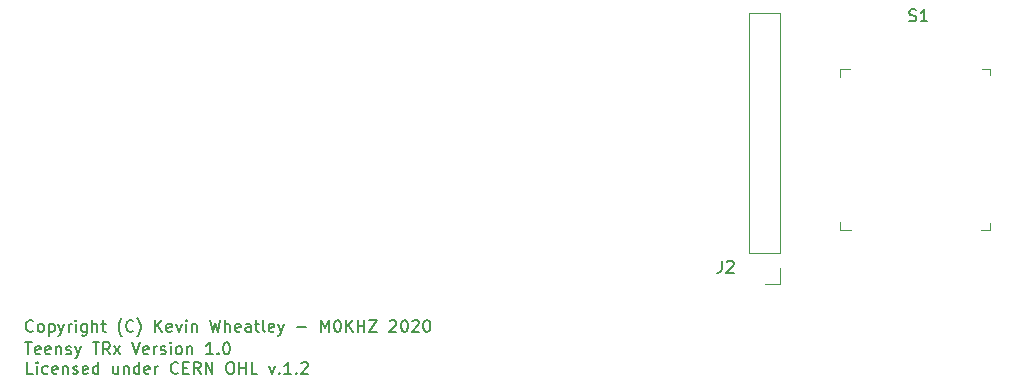
<source format=gto>
G04 #@! TF.GenerationSoftware,KiCad,Pcbnew,(5.1.4-0)*
G04 #@! TF.CreationDate,2019-11-11T14:35:41+00:00*
G04 #@! TF.ProjectId,2M_DRA818V_Transceiver_tft_encoder,324d5f44-5241-4383-9138-565f5472616e,rev?*
G04 #@! TF.SameCoordinates,Original*
G04 #@! TF.FileFunction,Legend,Top*
G04 #@! TF.FilePolarity,Positive*
%FSLAX46Y46*%
G04 Gerber Fmt 4.6, Leading zero omitted, Abs format (unit mm)*
G04 Created by KiCad (PCBNEW (5.1.4-0)) date 2019-11-11 14:35:41*
%MOMM*%
%LPD*%
G04 APERTURE LIST*
%ADD10C,0.150000*%
%ADD11C,0.120000*%
%ADD12C,0.100000*%
G04 APERTURE END LIST*
D10*
X52118100Y-145111742D02*
X52070480Y-145159361D01*
X51927623Y-145206980D01*
X51832385Y-145206980D01*
X51689528Y-145159361D01*
X51594290Y-145064123D01*
X51546671Y-144968885D01*
X51499052Y-144778409D01*
X51499052Y-144635552D01*
X51546671Y-144445076D01*
X51594290Y-144349838D01*
X51689528Y-144254600D01*
X51832385Y-144206980D01*
X51927623Y-144206980D01*
X52070480Y-144254600D01*
X52118100Y-144302219D01*
X52689528Y-145206980D02*
X52594290Y-145159361D01*
X52546671Y-145111742D01*
X52499052Y-145016504D01*
X52499052Y-144730790D01*
X52546671Y-144635552D01*
X52594290Y-144587933D01*
X52689528Y-144540314D01*
X52832385Y-144540314D01*
X52927623Y-144587933D01*
X52975242Y-144635552D01*
X53022861Y-144730790D01*
X53022861Y-145016504D01*
X52975242Y-145111742D01*
X52927623Y-145159361D01*
X52832385Y-145206980D01*
X52689528Y-145206980D01*
X53451433Y-144540314D02*
X53451433Y-145540314D01*
X53451433Y-144587933D02*
X53546671Y-144540314D01*
X53737147Y-144540314D01*
X53832385Y-144587933D01*
X53880004Y-144635552D01*
X53927623Y-144730790D01*
X53927623Y-145016504D01*
X53880004Y-145111742D01*
X53832385Y-145159361D01*
X53737147Y-145206980D01*
X53546671Y-145206980D01*
X53451433Y-145159361D01*
X54260957Y-144540314D02*
X54499052Y-145206980D01*
X54737147Y-144540314D02*
X54499052Y-145206980D01*
X54403814Y-145445076D01*
X54356195Y-145492695D01*
X54260957Y-145540314D01*
X55118100Y-145206980D02*
X55118100Y-144540314D01*
X55118100Y-144730790D02*
X55165719Y-144635552D01*
X55213338Y-144587933D01*
X55308576Y-144540314D01*
X55403814Y-144540314D01*
X55737147Y-145206980D02*
X55737147Y-144540314D01*
X55737147Y-144206980D02*
X55689528Y-144254600D01*
X55737147Y-144302219D01*
X55784766Y-144254600D01*
X55737147Y-144206980D01*
X55737147Y-144302219D01*
X56641909Y-144540314D02*
X56641909Y-145349838D01*
X56594290Y-145445076D01*
X56546671Y-145492695D01*
X56451433Y-145540314D01*
X56308576Y-145540314D01*
X56213338Y-145492695D01*
X56641909Y-145159361D02*
X56546671Y-145206980D01*
X56356195Y-145206980D01*
X56260957Y-145159361D01*
X56213338Y-145111742D01*
X56165719Y-145016504D01*
X56165719Y-144730790D01*
X56213338Y-144635552D01*
X56260957Y-144587933D01*
X56356195Y-144540314D01*
X56546671Y-144540314D01*
X56641909Y-144587933D01*
X57118100Y-145206980D02*
X57118100Y-144206980D01*
X57546671Y-145206980D02*
X57546671Y-144683171D01*
X57499052Y-144587933D01*
X57403814Y-144540314D01*
X57260957Y-144540314D01*
X57165719Y-144587933D01*
X57118100Y-144635552D01*
X57880004Y-144540314D02*
X58260957Y-144540314D01*
X58022861Y-144206980D02*
X58022861Y-145064123D01*
X58070480Y-145159361D01*
X58165719Y-145206980D01*
X58260957Y-145206980D01*
X59641909Y-145587933D02*
X59594290Y-145540314D01*
X59499052Y-145397457D01*
X59451433Y-145302219D01*
X59403814Y-145159361D01*
X59356195Y-144921266D01*
X59356195Y-144730790D01*
X59403814Y-144492695D01*
X59451433Y-144349838D01*
X59499052Y-144254600D01*
X59594290Y-144111742D01*
X59641909Y-144064123D01*
X60594290Y-145111742D02*
X60546671Y-145159361D01*
X60403814Y-145206980D01*
X60308576Y-145206980D01*
X60165719Y-145159361D01*
X60070480Y-145064123D01*
X60022861Y-144968885D01*
X59975242Y-144778409D01*
X59975242Y-144635552D01*
X60022861Y-144445076D01*
X60070480Y-144349838D01*
X60165719Y-144254600D01*
X60308576Y-144206980D01*
X60403814Y-144206980D01*
X60546671Y-144254600D01*
X60594290Y-144302219D01*
X60927623Y-145587933D02*
X60975242Y-145540314D01*
X61070480Y-145397457D01*
X61118100Y-145302219D01*
X61165719Y-145159361D01*
X61213338Y-144921266D01*
X61213338Y-144730790D01*
X61165719Y-144492695D01*
X61118100Y-144349838D01*
X61070480Y-144254600D01*
X60975242Y-144111742D01*
X60927623Y-144064123D01*
X62451433Y-145206980D02*
X62451433Y-144206980D01*
X63022861Y-145206980D02*
X62594290Y-144635552D01*
X63022861Y-144206980D02*
X62451433Y-144778409D01*
X63832385Y-145159361D02*
X63737147Y-145206980D01*
X63546671Y-145206980D01*
X63451433Y-145159361D01*
X63403814Y-145064123D01*
X63403814Y-144683171D01*
X63451433Y-144587933D01*
X63546671Y-144540314D01*
X63737147Y-144540314D01*
X63832385Y-144587933D01*
X63880004Y-144683171D01*
X63880004Y-144778409D01*
X63403814Y-144873647D01*
X64213338Y-144540314D02*
X64451433Y-145206980D01*
X64689528Y-144540314D01*
X65070480Y-145206980D02*
X65070480Y-144540314D01*
X65070480Y-144206980D02*
X65022861Y-144254600D01*
X65070480Y-144302219D01*
X65118100Y-144254600D01*
X65070480Y-144206980D01*
X65070480Y-144302219D01*
X65546671Y-144540314D02*
X65546671Y-145206980D01*
X65546671Y-144635552D02*
X65594290Y-144587933D01*
X65689528Y-144540314D01*
X65832385Y-144540314D01*
X65927623Y-144587933D01*
X65975242Y-144683171D01*
X65975242Y-145206980D01*
X67118100Y-144206980D02*
X67356195Y-145206980D01*
X67546671Y-144492695D01*
X67737147Y-145206980D01*
X67975242Y-144206980D01*
X68356195Y-145206980D02*
X68356195Y-144206980D01*
X68784766Y-145206980D02*
X68784766Y-144683171D01*
X68737147Y-144587933D01*
X68641909Y-144540314D01*
X68499052Y-144540314D01*
X68403814Y-144587933D01*
X68356195Y-144635552D01*
X69641909Y-145159361D02*
X69546671Y-145206980D01*
X69356195Y-145206980D01*
X69260957Y-145159361D01*
X69213338Y-145064123D01*
X69213338Y-144683171D01*
X69260957Y-144587933D01*
X69356195Y-144540314D01*
X69546671Y-144540314D01*
X69641909Y-144587933D01*
X69689528Y-144683171D01*
X69689528Y-144778409D01*
X69213338Y-144873647D01*
X70546671Y-145206980D02*
X70546671Y-144683171D01*
X70499052Y-144587933D01*
X70403814Y-144540314D01*
X70213338Y-144540314D01*
X70118100Y-144587933D01*
X70546671Y-145159361D02*
X70451433Y-145206980D01*
X70213338Y-145206980D01*
X70118100Y-145159361D01*
X70070480Y-145064123D01*
X70070480Y-144968885D01*
X70118100Y-144873647D01*
X70213338Y-144826028D01*
X70451433Y-144826028D01*
X70546671Y-144778409D01*
X70880004Y-144540314D02*
X71260957Y-144540314D01*
X71022861Y-144206980D02*
X71022861Y-145064123D01*
X71070480Y-145159361D01*
X71165719Y-145206980D01*
X71260957Y-145206980D01*
X71737147Y-145206980D02*
X71641909Y-145159361D01*
X71594290Y-145064123D01*
X71594290Y-144206980D01*
X72499052Y-145159361D02*
X72403814Y-145206980D01*
X72213338Y-145206980D01*
X72118100Y-145159361D01*
X72070480Y-145064123D01*
X72070480Y-144683171D01*
X72118100Y-144587933D01*
X72213338Y-144540314D01*
X72403814Y-144540314D01*
X72499052Y-144587933D01*
X72546671Y-144683171D01*
X72546671Y-144778409D01*
X72070480Y-144873647D01*
X72880004Y-144540314D02*
X73118100Y-145206980D01*
X73356195Y-144540314D02*
X73118100Y-145206980D01*
X73022861Y-145445076D01*
X72975242Y-145492695D01*
X72880004Y-145540314D01*
X74499052Y-144826028D02*
X75260957Y-144826028D01*
X76499052Y-145206980D02*
X76499052Y-144206980D01*
X76832385Y-144921266D01*
X77165719Y-144206980D01*
X77165719Y-145206980D01*
X77832385Y-144206980D02*
X77927623Y-144206980D01*
X78022861Y-144254600D01*
X78070480Y-144302219D01*
X78118100Y-144397457D01*
X78165719Y-144587933D01*
X78165719Y-144826028D01*
X78118100Y-145016504D01*
X78070480Y-145111742D01*
X78022861Y-145159361D01*
X77927623Y-145206980D01*
X77832385Y-145206980D01*
X77737147Y-145159361D01*
X77689528Y-145111742D01*
X77641909Y-145016504D01*
X77594290Y-144826028D01*
X77594290Y-144587933D01*
X77641909Y-144397457D01*
X77689528Y-144302219D01*
X77737147Y-144254600D01*
X77832385Y-144206980D01*
X78594290Y-145206980D02*
X78594290Y-144206980D01*
X79165719Y-145206980D02*
X78737147Y-144635552D01*
X79165719Y-144206980D02*
X78594290Y-144778409D01*
X79594290Y-145206980D02*
X79594290Y-144206980D01*
X79594290Y-144683171D02*
X80165719Y-144683171D01*
X80165719Y-145206980D02*
X80165719Y-144206980D01*
X80546671Y-144206980D02*
X81213338Y-144206980D01*
X80546671Y-145206980D01*
X81213338Y-145206980D01*
X82308576Y-144302219D02*
X82356195Y-144254600D01*
X82451433Y-144206980D01*
X82689528Y-144206980D01*
X82784766Y-144254600D01*
X82832385Y-144302219D01*
X82880004Y-144397457D01*
X82880004Y-144492695D01*
X82832385Y-144635552D01*
X82260957Y-145206980D01*
X82880004Y-145206980D01*
X83499052Y-144206980D02*
X83594290Y-144206980D01*
X83689528Y-144254600D01*
X83737147Y-144302219D01*
X83784766Y-144397457D01*
X83832385Y-144587933D01*
X83832385Y-144826028D01*
X83784766Y-145016504D01*
X83737147Y-145111742D01*
X83689528Y-145159361D01*
X83594290Y-145206980D01*
X83499052Y-145206980D01*
X83403814Y-145159361D01*
X83356195Y-145111742D01*
X83308576Y-145016504D01*
X83260957Y-144826028D01*
X83260957Y-144587933D01*
X83308576Y-144397457D01*
X83356195Y-144302219D01*
X83403814Y-144254600D01*
X83499052Y-144206980D01*
X84213338Y-144302219D02*
X84260957Y-144254600D01*
X84356195Y-144206980D01*
X84594290Y-144206980D01*
X84689528Y-144254600D01*
X84737147Y-144302219D01*
X84784766Y-144397457D01*
X84784766Y-144492695D01*
X84737147Y-144635552D01*
X84165719Y-145206980D01*
X84784766Y-145206980D01*
X85403814Y-144206980D02*
X85499052Y-144206980D01*
X85594290Y-144254600D01*
X85641909Y-144302219D01*
X85689528Y-144397457D01*
X85737147Y-144587933D01*
X85737147Y-144826028D01*
X85689528Y-145016504D01*
X85641909Y-145111742D01*
X85594290Y-145159361D01*
X85499052Y-145206980D01*
X85403814Y-145206980D01*
X85308576Y-145159361D01*
X85260957Y-145111742D01*
X85213338Y-145016504D01*
X85165719Y-144826028D01*
X85165719Y-144587933D01*
X85213338Y-144397457D01*
X85260957Y-144302219D01*
X85308576Y-144254600D01*
X85403814Y-144206980D01*
X51432914Y-146099280D02*
X52004342Y-146099280D01*
X51718628Y-147099280D02*
X51718628Y-146099280D01*
X52718628Y-147051661D02*
X52623390Y-147099280D01*
X52432914Y-147099280D01*
X52337676Y-147051661D01*
X52290057Y-146956423D01*
X52290057Y-146575471D01*
X52337676Y-146480233D01*
X52432914Y-146432614D01*
X52623390Y-146432614D01*
X52718628Y-146480233D01*
X52766247Y-146575471D01*
X52766247Y-146670709D01*
X52290057Y-146765947D01*
X53575771Y-147051661D02*
X53480533Y-147099280D01*
X53290057Y-147099280D01*
X53194819Y-147051661D01*
X53147200Y-146956423D01*
X53147200Y-146575471D01*
X53194819Y-146480233D01*
X53290057Y-146432614D01*
X53480533Y-146432614D01*
X53575771Y-146480233D01*
X53623390Y-146575471D01*
X53623390Y-146670709D01*
X53147200Y-146765947D01*
X54051961Y-146432614D02*
X54051961Y-147099280D01*
X54051961Y-146527852D02*
X54099580Y-146480233D01*
X54194819Y-146432614D01*
X54337676Y-146432614D01*
X54432914Y-146480233D01*
X54480533Y-146575471D01*
X54480533Y-147099280D01*
X54909104Y-147051661D02*
X55004342Y-147099280D01*
X55194819Y-147099280D01*
X55290057Y-147051661D01*
X55337676Y-146956423D01*
X55337676Y-146908804D01*
X55290057Y-146813566D01*
X55194819Y-146765947D01*
X55051961Y-146765947D01*
X54956723Y-146718328D01*
X54909104Y-146623090D01*
X54909104Y-146575471D01*
X54956723Y-146480233D01*
X55051961Y-146432614D01*
X55194819Y-146432614D01*
X55290057Y-146480233D01*
X55671009Y-146432614D02*
X55909104Y-147099280D01*
X56147200Y-146432614D02*
X55909104Y-147099280D01*
X55813866Y-147337376D01*
X55766247Y-147384995D01*
X55671009Y-147432614D01*
X57147200Y-146099280D02*
X57718628Y-146099280D01*
X57432914Y-147099280D02*
X57432914Y-146099280D01*
X58623390Y-147099280D02*
X58290057Y-146623090D01*
X58051961Y-147099280D02*
X58051961Y-146099280D01*
X58432914Y-146099280D01*
X58528152Y-146146900D01*
X58575771Y-146194519D01*
X58623390Y-146289757D01*
X58623390Y-146432614D01*
X58575771Y-146527852D01*
X58528152Y-146575471D01*
X58432914Y-146623090D01*
X58051961Y-146623090D01*
X58956723Y-147099280D02*
X59480533Y-146432614D01*
X58956723Y-146432614D02*
X59480533Y-147099280D01*
X60480533Y-146099280D02*
X60813866Y-147099280D01*
X61147200Y-146099280D01*
X61861485Y-147051661D02*
X61766247Y-147099280D01*
X61575771Y-147099280D01*
X61480533Y-147051661D01*
X61432914Y-146956423D01*
X61432914Y-146575471D01*
X61480533Y-146480233D01*
X61575771Y-146432614D01*
X61766247Y-146432614D01*
X61861485Y-146480233D01*
X61909104Y-146575471D01*
X61909104Y-146670709D01*
X61432914Y-146765947D01*
X62337676Y-147099280D02*
X62337676Y-146432614D01*
X62337676Y-146623090D02*
X62385295Y-146527852D01*
X62432914Y-146480233D01*
X62528152Y-146432614D01*
X62623390Y-146432614D01*
X62909104Y-147051661D02*
X63004342Y-147099280D01*
X63194819Y-147099280D01*
X63290057Y-147051661D01*
X63337676Y-146956423D01*
X63337676Y-146908804D01*
X63290057Y-146813566D01*
X63194819Y-146765947D01*
X63051961Y-146765947D01*
X62956723Y-146718328D01*
X62909104Y-146623090D01*
X62909104Y-146575471D01*
X62956723Y-146480233D01*
X63051961Y-146432614D01*
X63194819Y-146432614D01*
X63290057Y-146480233D01*
X63766247Y-147099280D02*
X63766247Y-146432614D01*
X63766247Y-146099280D02*
X63718628Y-146146900D01*
X63766247Y-146194519D01*
X63813866Y-146146900D01*
X63766247Y-146099280D01*
X63766247Y-146194519D01*
X64385295Y-147099280D02*
X64290057Y-147051661D01*
X64242438Y-147004042D01*
X64194819Y-146908804D01*
X64194819Y-146623090D01*
X64242438Y-146527852D01*
X64290057Y-146480233D01*
X64385295Y-146432614D01*
X64528152Y-146432614D01*
X64623390Y-146480233D01*
X64671009Y-146527852D01*
X64718628Y-146623090D01*
X64718628Y-146908804D01*
X64671009Y-147004042D01*
X64623390Y-147051661D01*
X64528152Y-147099280D01*
X64385295Y-147099280D01*
X65147200Y-146432614D02*
X65147200Y-147099280D01*
X65147200Y-146527852D02*
X65194819Y-146480233D01*
X65290057Y-146432614D01*
X65432914Y-146432614D01*
X65528152Y-146480233D01*
X65575771Y-146575471D01*
X65575771Y-147099280D01*
X67337676Y-147099280D02*
X66766247Y-147099280D01*
X67051961Y-147099280D02*
X67051961Y-146099280D01*
X66956723Y-146242138D01*
X66861485Y-146337376D01*
X66766247Y-146384995D01*
X67766247Y-147004042D02*
X67813866Y-147051661D01*
X67766247Y-147099280D01*
X67718628Y-147051661D01*
X67766247Y-147004042D01*
X67766247Y-147099280D01*
X68432914Y-146099280D02*
X68528152Y-146099280D01*
X68623390Y-146146900D01*
X68671009Y-146194519D01*
X68718628Y-146289757D01*
X68766247Y-146480233D01*
X68766247Y-146718328D01*
X68718628Y-146908804D01*
X68671009Y-147004042D01*
X68623390Y-147051661D01*
X68528152Y-147099280D01*
X68432914Y-147099280D01*
X68337676Y-147051661D01*
X68290057Y-147004042D01*
X68242438Y-146908804D01*
X68194819Y-146718328D01*
X68194819Y-146480233D01*
X68242438Y-146289757D01*
X68290057Y-146194519D01*
X68337676Y-146146900D01*
X68432914Y-146099280D01*
X52106347Y-148775680D02*
X51630157Y-148775680D01*
X51630157Y-147775680D01*
X52439680Y-148775680D02*
X52439680Y-148109014D01*
X52439680Y-147775680D02*
X52392061Y-147823300D01*
X52439680Y-147870919D01*
X52487300Y-147823300D01*
X52439680Y-147775680D01*
X52439680Y-147870919D01*
X53344442Y-148728061D02*
X53249204Y-148775680D01*
X53058728Y-148775680D01*
X52963490Y-148728061D01*
X52915871Y-148680442D01*
X52868252Y-148585204D01*
X52868252Y-148299490D01*
X52915871Y-148204252D01*
X52963490Y-148156633D01*
X53058728Y-148109014D01*
X53249204Y-148109014D01*
X53344442Y-148156633D01*
X54153966Y-148728061D02*
X54058728Y-148775680D01*
X53868252Y-148775680D01*
X53773014Y-148728061D01*
X53725395Y-148632823D01*
X53725395Y-148251871D01*
X53773014Y-148156633D01*
X53868252Y-148109014D01*
X54058728Y-148109014D01*
X54153966Y-148156633D01*
X54201585Y-148251871D01*
X54201585Y-148347109D01*
X53725395Y-148442347D01*
X54630157Y-148109014D02*
X54630157Y-148775680D01*
X54630157Y-148204252D02*
X54677776Y-148156633D01*
X54773014Y-148109014D01*
X54915871Y-148109014D01*
X55011109Y-148156633D01*
X55058728Y-148251871D01*
X55058728Y-148775680D01*
X55487300Y-148728061D02*
X55582538Y-148775680D01*
X55773014Y-148775680D01*
X55868252Y-148728061D01*
X55915871Y-148632823D01*
X55915871Y-148585204D01*
X55868252Y-148489966D01*
X55773014Y-148442347D01*
X55630157Y-148442347D01*
X55534919Y-148394728D01*
X55487300Y-148299490D01*
X55487300Y-148251871D01*
X55534919Y-148156633D01*
X55630157Y-148109014D01*
X55773014Y-148109014D01*
X55868252Y-148156633D01*
X56725395Y-148728061D02*
X56630157Y-148775680D01*
X56439680Y-148775680D01*
X56344442Y-148728061D01*
X56296823Y-148632823D01*
X56296823Y-148251871D01*
X56344442Y-148156633D01*
X56439680Y-148109014D01*
X56630157Y-148109014D01*
X56725395Y-148156633D01*
X56773014Y-148251871D01*
X56773014Y-148347109D01*
X56296823Y-148442347D01*
X57630157Y-148775680D02*
X57630157Y-147775680D01*
X57630157Y-148728061D02*
X57534919Y-148775680D01*
X57344442Y-148775680D01*
X57249204Y-148728061D01*
X57201585Y-148680442D01*
X57153966Y-148585204D01*
X57153966Y-148299490D01*
X57201585Y-148204252D01*
X57249204Y-148156633D01*
X57344442Y-148109014D01*
X57534919Y-148109014D01*
X57630157Y-148156633D01*
X59296823Y-148109014D02*
X59296823Y-148775680D01*
X58868252Y-148109014D02*
X58868252Y-148632823D01*
X58915871Y-148728061D01*
X59011109Y-148775680D01*
X59153966Y-148775680D01*
X59249204Y-148728061D01*
X59296823Y-148680442D01*
X59773014Y-148109014D02*
X59773014Y-148775680D01*
X59773014Y-148204252D02*
X59820633Y-148156633D01*
X59915871Y-148109014D01*
X60058728Y-148109014D01*
X60153966Y-148156633D01*
X60201585Y-148251871D01*
X60201585Y-148775680D01*
X61106347Y-148775680D02*
X61106347Y-147775680D01*
X61106347Y-148728061D02*
X61011109Y-148775680D01*
X60820633Y-148775680D01*
X60725395Y-148728061D01*
X60677776Y-148680442D01*
X60630157Y-148585204D01*
X60630157Y-148299490D01*
X60677776Y-148204252D01*
X60725395Y-148156633D01*
X60820633Y-148109014D01*
X61011109Y-148109014D01*
X61106347Y-148156633D01*
X61963490Y-148728061D02*
X61868252Y-148775680D01*
X61677776Y-148775680D01*
X61582538Y-148728061D01*
X61534919Y-148632823D01*
X61534919Y-148251871D01*
X61582538Y-148156633D01*
X61677776Y-148109014D01*
X61868252Y-148109014D01*
X61963490Y-148156633D01*
X62011109Y-148251871D01*
X62011109Y-148347109D01*
X61534919Y-148442347D01*
X62439680Y-148775680D02*
X62439680Y-148109014D01*
X62439680Y-148299490D02*
X62487300Y-148204252D01*
X62534919Y-148156633D01*
X62630157Y-148109014D01*
X62725395Y-148109014D01*
X64392061Y-148680442D02*
X64344442Y-148728061D01*
X64201585Y-148775680D01*
X64106347Y-148775680D01*
X63963490Y-148728061D01*
X63868252Y-148632823D01*
X63820633Y-148537585D01*
X63773014Y-148347109D01*
X63773014Y-148204252D01*
X63820633Y-148013776D01*
X63868252Y-147918538D01*
X63963490Y-147823300D01*
X64106347Y-147775680D01*
X64201585Y-147775680D01*
X64344442Y-147823300D01*
X64392061Y-147870919D01*
X64820633Y-148251871D02*
X65153966Y-148251871D01*
X65296823Y-148775680D02*
X64820633Y-148775680D01*
X64820633Y-147775680D01*
X65296823Y-147775680D01*
X66296823Y-148775680D02*
X65963490Y-148299490D01*
X65725395Y-148775680D02*
X65725395Y-147775680D01*
X66106347Y-147775680D01*
X66201585Y-147823300D01*
X66249204Y-147870919D01*
X66296823Y-147966157D01*
X66296823Y-148109014D01*
X66249204Y-148204252D01*
X66201585Y-148251871D01*
X66106347Y-148299490D01*
X65725395Y-148299490D01*
X66725395Y-148775680D02*
X66725395Y-147775680D01*
X67296823Y-148775680D01*
X67296823Y-147775680D01*
X68725395Y-147775680D02*
X68915871Y-147775680D01*
X69011109Y-147823300D01*
X69106347Y-147918538D01*
X69153966Y-148109014D01*
X69153966Y-148442347D01*
X69106347Y-148632823D01*
X69011109Y-148728061D01*
X68915871Y-148775680D01*
X68725395Y-148775680D01*
X68630157Y-148728061D01*
X68534919Y-148632823D01*
X68487300Y-148442347D01*
X68487300Y-148109014D01*
X68534919Y-147918538D01*
X68630157Y-147823300D01*
X68725395Y-147775680D01*
X69582538Y-148775680D02*
X69582538Y-147775680D01*
X69582538Y-148251871D02*
X70153966Y-148251871D01*
X70153966Y-148775680D02*
X70153966Y-147775680D01*
X71106347Y-148775680D02*
X70630157Y-148775680D01*
X70630157Y-147775680D01*
X72106347Y-148109014D02*
X72344442Y-148775680D01*
X72582538Y-148109014D01*
X72963490Y-148680442D02*
X73011109Y-148728061D01*
X72963490Y-148775680D01*
X72915871Y-148728061D01*
X72963490Y-148680442D01*
X72963490Y-148775680D01*
X73963490Y-148775680D02*
X73392061Y-148775680D01*
X73677776Y-148775680D02*
X73677776Y-147775680D01*
X73582538Y-147918538D01*
X73487300Y-148013776D01*
X73392061Y-148061395D01*
X74392061Y-148680442D02*
X74439680Y-148728061D01*
X74392061Y-148775680D01*
X74344442Y-148728061D01*
X74392061Y-148680442D01*
X74392061Y-148775680D01*
X74820633Y-147870919D02*
X74868252Y-147823300D01*
X74963490Y-147775680D01*
X75201585Y-147775680D01*
X75296823Y-147823300D01*
X75344442Y-147870919D01*
X75392061Y-147966157D01*
X75392061Y-148061395D01*
X75344442Y-148204252D01*
X74773014Y-148775680D01*
X75392061Y-148775680D01*
D11*
X115376000Y-118177000D02*
X112716000Y-118177000D01*
X115376000Y-138557000D02*
X115376000Y-118177000D01*
X112716000Y-138557000D02*
X112716000Y-118177000D01*
X115376000Y-138557000D02*
X112716000Y-138557000D01*
X115376000Y-139827000D02*
X115376000Y-141157000D01*
X115376000Y-141157000D02*
X114046000Y-141157000D01*
D12*
X121361000Y-136612000D02*
X120411000Y-136612000D01*
X120411000Y-136612000D02*
X120411000Y-135937000D01*
X121261000Y-122962000D02*
X120411000Y-122962000D01*
X120411000Y-122962000D02*
X120411000Y-123637000D01*
X133161000Y-136037000D02*
X133161000Y-136612000D01*
X133161000Y-136612000D02*
X132361000Y-136612000D01*
X132461000Y-122962000D02*
X133161000Y-122962000D01*
X133161000Y-122962000D02*
X133161000Y-123462000D01*
D10*
X110416666Y-139202380D02*
X110416666Y-139916666D01*
X110369047Y-140059523D01*
X110273809Y-140154761D01*
X110130952Y-140202380D01*
X110035714Y-140202380D01*
X110845238Y-139297619D02*
X110892857Y-139250000D01*
X110988095Y-139202380D01*
X111226190Y-139202380D01*
X111321428Y-139250000D01*
X111369047Y-139297619D01*
X111416666Y-139392857D01*
X111416666Y-139488095D01*
X111369047Y-139630952D01*
X110797619Y-140202380D01*
X111416666Y-140202380D01*
X126301595Y-118870361D02*
X126444452Y-118917980D01*
X126682547Y-118917980D01*
X126777785Y-118870361D01*
X126825404Y-118822742D01*
X126873023Y-118727504D01*
X126873023Y-118632266D01*
X126825404Y-118537028D01*
X126777785Y-118489409D01*
X126682547Y-118441790D01*
X126492071Y-118394171D01*
X126396833Y-118346552D01*
X126349214Y-118298933D01*
X126301595Y-118203695D01*
X126301595Y-118108457D01*
X126349214Y-118013219D01*
X126396833Y-117965600D01*
X126492071Y-117917980D01*
X126730166Y-117917980D01*
X126873023Y-117965600D01*
X127825404Y-118917980D02*
X127253976Y-118917980D01*
X127539690Y-118917980D02*
X127539690Y-117917980D01*
X127444452Y-118060838D01*
X127349214Y-118156076D01*
X127253976Y-118203695D01*
M02*

</source>
